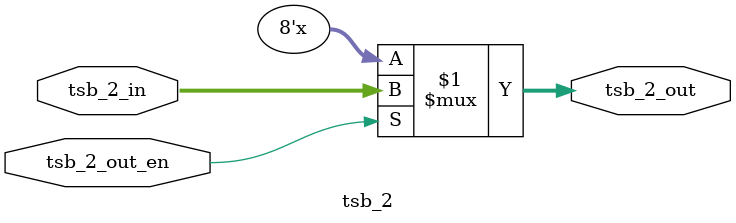
<source format=v>

module tsb_2(tsb_2_in, tsb_2_out, tsb_2_out_en);
    input wire [7:0] tsb_2_in;
    output wire [7:0] tsb_2_out;
    input wire tsb_2_out_en;

    assign tsb_2_out = tsb_2_out_en ? tsb_2_in : 8'bZ;
endmodule
</source>
